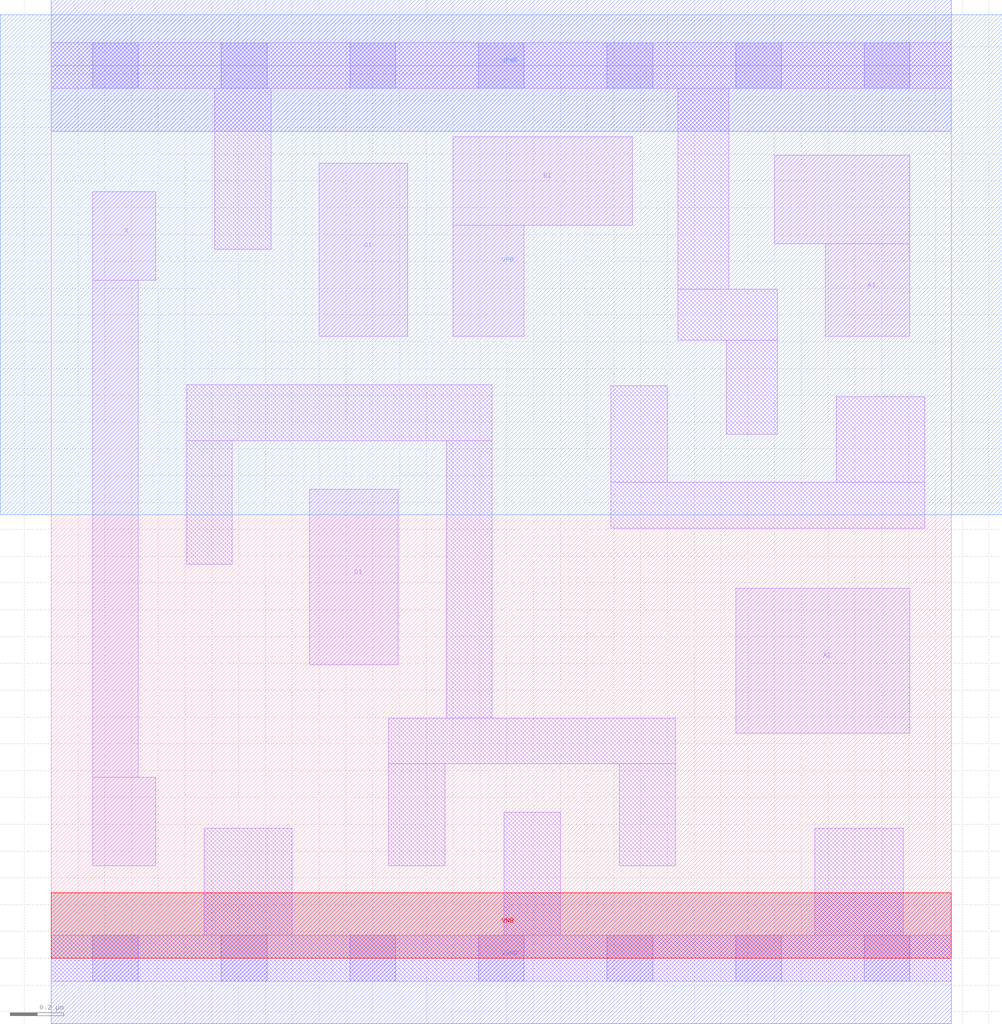
<source format=lef>
# Copyright 2020 The SkyWater PDK Authors
#
# Licensed under the Apache License, Version 2.0 (the "License");
# you may not use this file except in compliance with the License.
# You may obtain a copy of the License at
#
#     https://www.apache.org/licenses/LICENSE-2.0
#
# Unless required by applicable law or agreed to in writing, software
# distributed under the License is distributed on an "AS IS" BASIS,
# WITHOUT WARRANTIES OR CONDITIONS OF ANY KIND, either express or implied.
# See the License for the specific language governing permissions and
# limitations under the License.
#
# SPDX-License-Identifier: Apache-2.0

VERSION 5.7 ;
  NOWIREEXTENSIONATPIN ON ;
  DIVIDERCHAR "/" ;
  BUSBITCHARS "[]" ;
MACRO sky130_fd_sc_lp__a2111o_m
  CLASS CORE ;
  FOREIGN sky130_fd_sc_lp__a2111o_m ;
  ORIGIN  0.000000  0.000000 ;
  SIZE  3.360000 BY  3.330000 ;
  SYMMETRY X Y R90 ;
  SITE unit ;
  PIN A1
    ANTENNAGATEAREA  0.126000 ;
    DIRECTION INPUT ;
    USE SIGNAL ;
    PORT
      LAYER li1 ;
        RECT 2.700000 2.665000 3.205000 2.995000 ;
        RECT 2.890000 2.320000 3.205000 2.665000 ;
    END
  END A1
  PIN A2
    ANTENNAGATEAREA  0.126000 ;
    DIRECTION INPUT ;
    USE SIGNAL ;
    PORT
      LAYER li1 ;
        RECT 2.555000 0.840000 3.205000 1.380000 ;
    END
  END A2
  PIN B1
    ANTENNAGATEAREA  0.126000 ;
    DIRECTION INPUT ;
    USE SIGNAL ;
    PORT
      LAYER li1 ;
        RECT 1.500000 2.320000 1.765000 2.735000 ;
        RECT 1.500000 2.735000 2.170000 3.065000 ;
    END
  END B1
  PIN C1
    ANTENNAGATEAREA  0.126000 ;
    DIRECTION INPUT ;
    USE SIGNAL ;
    PORT
      LAYER li1 ;
        RECT 1.000000 2.320000 1.330000 2.965000 ;
    END
  END C1
  PIN D1
    ANTENNAGATEAREA  0.126000 ;
    DIRECTION INPUT ;
    USE SIGNAL ;
    PORT
      LAYER li1 ;
        RECT 0.965000 1.095000 1.295000 1.750000 ;
    END
  END D1
  PIN X
    ANTENNADIFFAREA  0.222600 ;
    DIRECTION OUTPUT ;
    USE SIGNAL ;
    PORT
      LAYER li1 ;
        RECT 0.155000 0.345000 0.390000 0.675000 ;
        RECT 0.155000 0.675000 0.325000 2.530000 ;
        RECT 0.155000 2.530000 0.390000 2.860000 ;
    END
  END X
  PIN VGND
    DIRECTION INOUT ;
    USE GROUND ;
    PORT
      LAYER met1 ;
        RECT 0.000000 -0.245000 3.360000 0.245000 ;
    END
  END VGND
  PIN VNB
    DIRECTION INOUT ;
    USE GROUND ;
    PORT
      LAYER pwell ;
        RECT 0.000000 0.000000 3.360000 0.245000 ;
    END
  END VNB
  PIN VPB
    DIRECTION INOUT ;
    USE POWER ;
    PORT
      LAYER nwell ;
        RECT -0.190000 1.655000 3.550000 3.520000 ;
    END
  END VPB
  PIN VPWR
    DIRECTION INOUT ;
    USE POWER ;
    PORT
      LAYER met1 ;
        RECT 0.000000 3.085000 3.360000 3.575000 ;
    END
  END VPWR
  OBS
    LAYER li1 ;
      RECT 0.000000 -0.085000 3.360000 0.085000 ;
      RECT 0.000000  3.245000 3.360000 3.415000 ;
      RECT 0.505000  1.470000 0.675000 1.930000 ;
      RECT 0.505000  1.930000 1.645000 2.140000 ;
      RECT 0.570000  0.085000 0.900000 0.485000 ;
      RECT 0.610000  2.645000 0.820000 3.245000 ;
      RECT 1.260000  0.345000 1.470000 0.725000 ;
      RECT 1.260000  0.725000 2.330000 0.895000 ;
      RECT 1.475000  0.895000 1.645000 1.930000 ;
      RECT 1.690000  0.085000 1.900000 0.545000 ;
      RECT 2.090000  1.605000 3.260000 1.775000 ;
      RECT 2.090000  1.775000 2.300000 2.135000 ;
      RECT 2.120000  0.345000 2.330000 0.725000 ;
      RECT 2.340000  2.305000 2.710000 2.495000 ;
      RECT 2.340000  2.495000 2.530000 3.245000 ;
      RECT 2.520000  1.955000 2.710000 2.305000 ;
      RECT 2.850000  0.085000 3.180000 0.485000 ;
      RECT 2.930000  1.775000 3.260000 2.095000 ;
    LAYER mcon ;
      RECT 0.155000 -0.085000 0.325000 0.085000 ;
      RECT 0.155000  3.245000 0.325000 3.415000 ;
      RECT 0.635000 -0.085000 0.805000 0.085000 ;
      RECT 0.635000  3.245000 0.805000 3.415000 ;
      RECT 1.115000 -0.085000 1.285000 0.085000 ;
      RECT 1.115000  3.245000 1.285000 3.415000 ;
      RECT 1.595000 -0.085000 1.765000 0.085000 ;
      RECT 1.595000  3.245000 1.765000 3.415000 ;
      RECT 2.075000 -0.085000 2.245000 0.085000 ;
      RECT 2.075000  3.245000 2.245000 3.415000 ;
      RECT 2.555000 -0.085000 2.725000 0.085000 ;
      RECT 2.555000  3.245000 2.725000 3.415000 ;
      RECT 3.035000 -0.085000 3.205000 0.085000 ;
      RECT 3.035000  3.245000 3.205000 3.415000 ;
  END
END sky130_fd_sc_lp__a2111o_m
END LIBRARY

</source>
